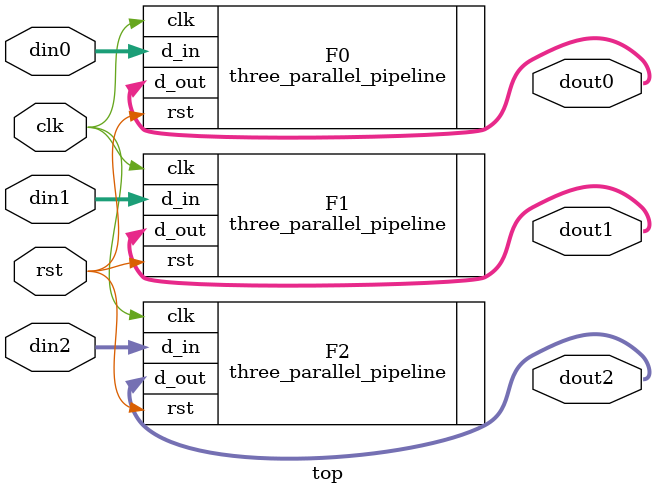
<source format=sv>
`timescale 1ns/1ps

module top (
    input logic clk,
    input logic rst,
    input logic signed [15:0] din0,
    input logic signed [15:0] din1,
    input logic signed [15:0] din2,
    output logic signed [63:0] dout0,
    output logic signed [63:0] dout1,
    output logic signed [63:0] dout2
);

    // Instantiate three pipelined FIR filter modules
    three_parallel_pipeline F0 (
        .clk(clk),
        .rst(rst),
        .d_in(din0),
        .d_out(dout0)
    );

    three_parallel_pipeline F1 (
        .clk(clk),
        .rst(rst),
        .d_in(din1),
        .d_out(dout1)
    );

    three_parallel_pipeline F2 (
        .clk(clk),
        .rst(rst),
        .d_in(din2),
        .d_out(dout2)
    );

endmodule

</source>
